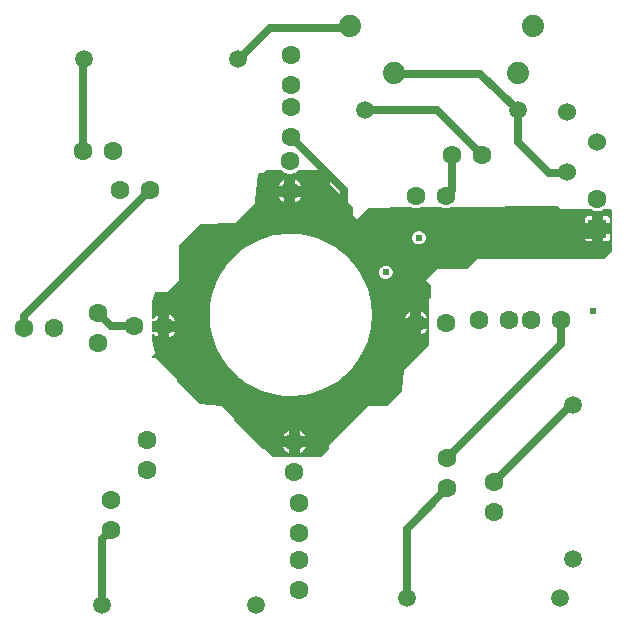
<source format=gbl>
G04 Layer: BottomLayer*
G04 EasyEDA v6.5.44, 2024-09-01 12:15:54*
G04 53d8b5472e5b460ebcb2cbf6e45b9b15,9332716679504667801b7cb99b0421ba,10*
G04 Gerber Generator version 0.2*
G04 Scale: 100 percent, Rotated: No, Reflected: No *
G04 Dimensions in millimeters *
G04 leading zeros omitted , absolute positions ,4 integer and 5 decimal *
%FSLAX45Y45*%
%MOMM*%

%ADD10C,0.6350*%
%ADD11C,1.5240*%
%ADD12C,1.6000*%
%ADD13C,1.5000*%
%ADD14C,1.8796*%
%ADD15R,1.6000X1.6000*%
%ADD16C,0.6200*%
%ADD17C,0.0165*%

%LPD*%
G36*
X2595016Y1549400D02*
G01*
X2591104Y1550162D01*
X2587802Y1552397D01*
X2528011Y1612188D01*
X2526284Y1612900D01*
X2518816Y1612900D01*
X2514904Y1613662D01*
X2511602Y1615897D01*
X2276297Y1851202D01*
X2274062Y1854504D01*
X2273300Y1858416D01*
X2273300Y1878584D01*
X2272588Y1880311D01*
X2172411Y1980488D01*
X2170887Y1981250D01*
X1985010Y1993646D01*
X1981504Y1994509D01*
X1978507Y1996592D01*
X1793697Y2181402D01*
X1791462Y2184704D01*
X1790700Y2188616D01*
X1790700Y2208784D01*
X1789988Y2210511D01*
X1613611Y2386888D01*
X1611884Y2387600D01*
X1586636Y2387600D01*
X1582724Y2388362D01*
X1579422Y2390597D01*
X1577238Y2393848D01*
X1576476Y2397760D01*
X1577238Y2401671D01*
X1579422Y2404922D01*
X1599488Y2424988D01*
X1600098Y2426258D01*
X1575054Y2538933D01*
X1574800Y2541117D01*
X1574800Y2582875D01*
X1575612Y2586837D01*
X1577949Y2590190D01*
X1581404Y2592374D01*
X1585417Y2593035D01*
X1589328Y2592019D01*
X1592580Y2589580D01*
X1601571Y2579319D01*
X1611985Y2570226D01*
X1623466Y2562504D01*
X1630070Y2559253D01*
X1630070Y2607868D01*
X1584960Y2607868D01*
X1581048Y2608630D01*
X1577797Y2610866D01*
X1575562Y2614117D01*
X1574800Y2618028D01*
X1574800Y2690418D01*
X1575562Y2694279D01*
X1577797Y2697581D01*
X1581048Y2699816D01*
X1584960Y2700578D01*
X1630070Y2700578D01*
X1630070Y2749143D01*
X1623466Y2745892D01*
X1611985Y2738221D01*
X1601571Y2729077D01*
X1592580Y2718866D01*
X1589328Y2716428D01*
X1585417Y2715412D01*
X1581404Y2716072D01*
X1577949Y2718206D01*
X1575612Y2721559D01*
X1574800Y2725572D01*
X1574800Y2856077D01*
X1575206Y2858871D01*
X1598117Y2939034D01*
X1600149Y2942844D01*
X1603603Y2945485D01*
X1607870Y2946400D01*
X1700784Y2946400D01*
X1702511Y2947111D01*
X1802688Y3047288D01*
X1803400Y3049016D01*
X1803400Y3335883D01*
X1804162Y3339795D01*
X1806397Y3343097D01*
X1978406Y3515106D01*
X1981504Y3517239D01*
X1985162Y3518052D01*
X2284984Y3530549D01*
X2286609Y3531209D01*
X2450388Y3694988D01*
X2451100Y3696715D01*
X2451150Y3721658D01*
X2475484Y3940657D01*
X2476550Y3944213D01*
X2478836Y3947109D01*
X2481986Y3949039D01*
X2485593Y3949700D01*
X2513584Y3949700D01*
X2515311Y3950411D01*
X2537002Y3972102D01*
X2540304Y3974337D01*
X2544216Y3975100D01*
X2666034Y3975100D01*
X2669641Y3974439D01*
X2672740Y3972560D01*
X2678734Y3967327D01*
X2690266Y3959606D01*
X2702712Y3953459D01*
X2715818Y3949039D01*
X2729382Y3946347D01*
X2743200Y3945432D01*
X2757017Y3946347D01*
X2770632Y3949039D01*
X2783738Y3953459D01*
X2796133Y3959606D01*
X2807665Y3967327D01*
X2813659Y3972560D01*
X2816809Y3974439D01*
X2820365Y3975100D01*
X3043783Y3975100D01*
X3047695Y3974337D01*
X3050997Y3972102D01*
X3083102Y3939997D01*
X3085338Y3936695D01*
X3086100Y3932783D01*
X3086100Y3849115D01*
X3086811Y3847388D01*
X3273602Y3660597D01*
X3275838Y3657295D01*
X3276600Y3653383D01*
X3276600Y3595115D01*
X3277311Y3593388D01*
X3308350Y3562350D01*
X3400653Y3654653D01*
X3403904Y3656837D01*
X3407765Y3657650D01*
X3770325Y3660495D01*
X3773678Y3659936D01*
X3782618Y3656888D01*
X3796182Y3654196D01*
X3810000Y3653282D01*
X3823817Y3654196D01*
X3837432Y3656888D01*
X3848252Y3660597D01*
X3851452Y3661105D01*
X4018838Y3662426D01*
X4023512Y3661359D01*
X4036618Y3656888D01*
X4050182Y3654196D01*
X4064000Y3653282D01*
X4077817Y3654196D01*
X4091432Y3656888D01*
X4104538Y3661359D01*
X4108196Y3662883D01*
X4110482Y3663187D01*
X5012232Y3670249D01*
X5016195Y3669487D01*
X5019497Y3667302D01*
X5041188Y3645611D01*
X5042916Y3644900D01*
X5286502Y3644900D01*
X5289448Y3644442D01*
X5293766Y3642106D01*
X5306161Y3635959D01*
X5319318Y3631539D01*
X5332882Y3628796D01*
X5346700Y3627932D01*
X5360517Y3628796D01*
X5374081Y3631539D01*
X5387238Y3635959D01*
X5399633Y3642106D01*
X5403951Y3644442D01*
X5406898Y3644900D01*
X5456783Y3644900D01*
X5460695Y3644137D01*
X5463997Y3641902D01*
X5470702Y3635197D01*
X5472938Y3631895D01*
X5473700Y3627983D01*
X5473700Y3293516D01*
X5472938Y3289604D01*
X5470702Y3286302D01*
X5413197Y3228797D01*
X5409895Y3226562D01*
X5405983Y3225800D01*
X4331716Y3225800D01*
X4329988Y3225088D01*
X4244797Y3139897D01*
X4241495Y3137662D01*
X4237583Y3136900D01*
X3988815Y3136900D01*
X3987088Y3136188D01*
X3892550Y3041650D01*
X3934002Y3000197D01*
X3936237Y2996895D01*
X3937000Y2992983D01*
X3937000Y2899816D01*
X3936237Y2895904D01*
X3934002Y2892602D01*
X3925011Y2883611D01*
X3924300Y2881884D01*
X3924300Y2730398D01*
X3923284Y2725978D01*
X3921302Y2722981D01*
X3923537Y2719679D01*
X3924300Y2715768D01*
X3924300Y2643428D01*
X3923537Y2639517D01*
X3921048Y2636012D01*
X3923284Y2633218D01*
X3924300Y2628798D01*
X3924300Y2506116D01*
X3923537Y2502204D01*
X3921302Y2498902D01*
X3709111Y2286711D01*
X3708349Y2285187D01*
X3695954Y2111959D01*
X3695090Y2108504D01*
X3693007Y2105507D01*
X3571697Y1984197D01*
X3568395Y1981962D01*
X3564483Y1981200D01*
X3404615Y1981200D01*
X3402888Y1980488D01*
X3074111Y1651711D01*
X3073400Y1649984D01*
X3073400Y1617116D01*
X3072638Y1613204D01*
X3070402Y1609902D01*
X3012897Y1552397D01*
X3009595Y1550162D01*
X3005683Y1549400D01*
G37*

%LPC*%
G36*
X2734919Y1581454D02*
G01*
X2734919Y1630019D01*
X2686354Y1630019D01*
X2689606Y1623466D01*
X2697276Y1611934D01*
X2706420Y1601520D01*
X2716834Y1592376D01*
X2728366Y1584706D01*
G37*
G36*
X2827629Y1581454D02*
G01*
X2834233Y1584706D01*
X2845765Y1592376D01*
X2856179Y1601520D01*
X2865272Y1611934D01*
X2872994Y1623466D01*
X2876245Y1630019D01*
X2827629Y1630019D01*
G37*
G36*
X2827629Y1722729D02*
G01*
X2876245Y1722729D01*
X2872994Y1729333D01*
X2865272Y1740865D01*
X2856179Y1751279D01*
X2845765Y1760372D01*
X2834233Y1768093D01*
X2827629Y1771345D01*
G37*
G36*
X2686354Y1722729D02*
G01*
X2734919Y1722729D01*
X2734919Y1771345D01*
X2728366Y1768093D01*
X2716834Y1760372D01*
X2706420Y1751279D01*
X2697276Y1740865D01*
X2689606Y1729333D01*
G37*
G36*
X2759202Y2064156D02*
G01*
X2795981Y2065629D01*
X2832658Y2069084D01*
X2869082Y2074519D01*
X2905201Y2081885D01*
X2940812Y2091182D01*
X2975914Y2102358D01*
X3010357Y2115413D01*
X3044037Y2130298D01*
X3076854Y2147011D01*
X3108756Y2165400D01*
X3139643Y2185517D01*
X3169361Y2207260D01*
X3197910Y2230526D01*
X3225139Y2255316D01*
X3250996Y2281529D01*
X3275431Y2309114D01*
X3298342Y2337968D01*
X3319678Y2367991D01*
X3339337Y2399080D01*
X3357321Y2431237D01*
X3373577Y2464308D01*
X3388004Y2498191D01*
X3400602Y2532786D01*
X3411321Y2568041D01*
X3420110Y2603804D01*
X3427018Y2639974D01*
X3431946Y2676448D01*
X3434892Y2713177D01*
X3435908Y2750007D01*
X3434892Y2786786D01*
X3431946Y2823514D01*
X3427018Y2860040D01*
X3420110Y2896209D01*
X3411321Y2931972D01*
X3400602Y2967177D01*
X3388004Y3001822D01*
X3373577Y3035706D01*
X3357321Y3068726D01*
X3339337Y3100882D01*
X3319678Y3132023D01*
X3298342Y3162046D01*
X3275431Y3190900D01*
X3250996Y3218434D01*
X3225139Y3244646D01*
X3197910Y3269437D01*
X3169361Y3292754D01*
X3139643Y3314496D01*
X3108756Y3334562D01*
X3076854Y3353003D01*
X3044037Y3369665D01*
X3010357Y3384550D01*
X2975914Y3397605D01*
X2940812Y3408832D01*
X2905201Y3418128D01*
X2869082Y3425494D01*
X2832658Y3430879D01*
X2795981Y3434334D01*
X2759202Y3435858D01*
X2722372Y3435350D01*
X2685643Y3432860D01*
X2649067Y3428441D01*
X2612796Y3422040D01*
X2576931Y3413709D01*
X2541524Y3403447D01*
X2506776Y3391306D01*
X2472690Y3377336D01*
X2439416Y3361537D01*
X2407056Y3344011D01*
X2375662Y3324758D01*
X2345334Y3303828D01*
X2316175Y3281273D01*
X2288286Y3257245D01*
X2261768Y3231743D01*
X2236571Y3204819D01*
X2212898Y3176625D01*
X2190800Y3147161D01*
X2170277Y3116580D01*
X2151430Y3084931D01*
X2134311Y3052318D01*
X2118969Y3018840D01*
X2105456Y2984601D01*
X2093772Y2949651D01*
X2084019Y2914142D01*
X2076196Y2878175D01*
X2070252Y2841802D01*
X2066340Y2805176D01*
X2064359Y2768396D01*
X2064359Y2731566D01*
X2066340Y2694787D01*
X2070252Y2658160D01*
X2076196Y2621838D01*
X2084019Y2585872D01*
X2093772Y2550312D01*
X2105456Y2515412D01*
X2118969Y2481122D01*
X2134311Y2447645D01*
X2151430Y2415032D01*
X2170277Y2383383D01*
X2190800Y2352802D01*
X2212898Y2323388D01*
X2236571Y2295144D01*
X2261768Y2268270D01*
X2288286Y2242718D01*
X2316175Y2218690D01*
X2345334Y2196185D01*
X2375662Y2175256D01*
X2407056Y2156002D01*
X2439416Y2138426D01*
X2472690Y2122627D01*
X2506776Y2108657D01*
X2541524Y2096516D01*
X2576931Y2086305D01*
X2612796Y2077974D01*
X2649067Y2071573D01*
X2685643Y2067102D01*
X2722372Y2064664D01*
G37*
G36*
X1722780Y2559253D02*
G01*
X1729384Y2562504D01*
X1740916Y2570226D01*
X1751330Y2579319D01*
X1760423Y2589733D01*
X1768144Y2601264D01*
X1771396Y2607868D01*
X1722780Y2607868D01*
G37*
G36*
X3856380Y2584653D02*
G01*
X3862984Y2587904D01*
X3874515Y2595575D01*
X3884929Y2604719D01*
X3894074Y2615133D01*
X3901744Y2626664D01*
X3904996Y2633268D01*
X3856380Y2633268D01*
G37*
G36*
X3763721Y2584653D02*
G01*
X3763721Y2633268D01*
X3715105Y2633268D01*
X3718356Y2626664D01*
X3726027Y2615133D01*
X3735171Y2604719D01*
X3745585Y2595575D01*
X3757117Y2587904D01*
G37*
G36*
X1722780Y2700578D02*
G01*
X1771396Y2700578D01*
X1768144Y2707182D01*
X1760423Y2718663D01*
X1751330Y2729077D01*
X1740916Y2738221D01*
X1729384Y2745892D01*
X1722780Y2749143D01*
G37*
G36*
X3856380Y2725928D02*
G01*
X3904996Y2725928D01*
X3901744Y2732532D01*
X3894074Y2744063D01*
X3884929Y2754477D01*
X3874515Y2763621D01*
X3862984Y2771292D01*
X3856380Y2774543D01*
G37*
G36*
X3715105Y2725928D02*
G01*
X3763721Y2725928D01*
X3763721Y2774543D01*
X3757117Y2771292D01*
X3745585Y2763621D01*
X3735171Y2754477D01*
X3726027Y2744063D01*
X3718356Y2732532D01*
G37*
G36*
X3558438Y3054654D02*
G01*
X3567988Y3055924D01*
X3577183Y3058718D01*
X3585819Y3063087D01*
X3593592Y3068828D01*
X3600246Y3075787D01*
X3605631Y3083763D01*
X3609644Y3092551D01*
X3612032Y3101898D01*
X3612896Y3111500D01*
X3612032Y3121101D01*
X3609644Y3130448D01*
X3605631Y3139236D01*
X3600246Y3147212D01*
X3593592Y3154172D01*
X3585819Y3159912D01*
X3577183Y3164281D01*
X3567988Y3167075D01*
X3558438Y3168345D01*
X3548786Y3167888D01*
X3539337Y3165856D01*
X3530396Y3162300D01*
X3522167Y3157220D01*
X3514953Y3150870D01*
X3508857Y3143351D01*
X3504184Y3134918D01*
X3500983Y3125825D01*
X3499358Y3116326D01*
X3499358Y3106674D01*
X3500983Y3097174D01*
X3504184Y3088081D01*
X3508857Y3079648D01*
X3514953Y3072130D01*
X3522167Y3065780D01*
X3530396Y3060700D01*
X3539337Y3057144D01*
X3548786Y3055112D01*
G37*
G36*
X3837838Y3346754D02*
G01*
X3847388Y3348024D01*
X3856583Y3350818D01*
X3865219Y3355187D01*
X3872992Y3360928D01*
X3879646Y3367887D01*
X3885031Y3375863D01*
X3889044Y3384651D01*
X3891432Y3393998D01*
X3892296Y3403600D01*
X3891432Y3413201D01*
X3889044Y3422548D01*
X3885031Y3431336D01*
X3879646Y3439312D01*
X3872992Y3446272D01*
X3865219Y3452012D01*
X3856583Y3456381D01*
X3847388Y3459175D01*
X3837838Y3460445D01*
X3828186Y3459987D01*
X3818737Y3457956D01*
X3809796Y3454400D01*
X3801567Y3449320D01*
X3794353Y3442970D01*
X3788257Y3435451D01*
X3783584Y3427018D01*
X3780383Y3417925D01*
X3778758Y3408426D01*
X3778758Y3398774D01*
X3780383Y3389274D01*
X3783584Y3380181D01*
X3788257Y3371748D01*
X3794353Y3364229D01*
X3801567Y3357879D01*
X3809796Y3352800D01*
X3818737Y3349244D01*
X3828186Y3347212D01*
G37*
G36*
X5267248Y3373882D02*
G01*
X5300370Y3373882D01*
X5300370Y3433470D01*
X5240782Y3433470D01*
X5240782Y3400348D01*
X5241493Y3394049D01*
X5243423Y3388563D01*
X5246471Y3383686D01*
X5250586Y3379571D01*
X5255463Y3376523D01*
X5260949Y3374593D01*
G37*
G36*
X5393029Y3373882D02*
G01*
X5426151Y3373882D01*
X5432450Y3374593D01*
X5437936Y3376523D01*
X5442813Y3379571D01*
X5446928Y3383686D01*
X5449976Y3388563D01*
X5451906Y3394049D01*
X5452618Y3400348D01*
X5452618Y3433470D01*
X5393029Y3433470D01*
G37*
G36*
X5240782Y3526129D02*
G01*
X5300370Y3526129D01*
X5300370Y3585718D01*
X5267248Y3585718D01*
X5260949Y3585006D01*
X5255463Y3583076D01*
X5250586Y3580028D01*
X5246471Y3575913D01*
X5243423Y3571036D01*
X5241493Y3565550D01*
X5240782Y3559251D01*
G37*
G36*
X5393029Y3526129D02*
G01*
X5452618Y3526129D01*
X5452618Y3559251D01*
X5451906Y3565550D01*
X5449976Y3571036D01*
X5446928Y3575913D01*
X5442813Y3580028D01*
X5437936Y3583076D01*
X5432450Y3585006D01*
X5426151Y3585718D01*
X5393029Y3585718D01*
G37*
G36*
X2696870Y3702354D02*
G01*
X2696870Y3750970D01*
X2648254Y3750970D01*
X2651506Y3744366D01*
X2659227Y3732834D01*
X2668320Y3722420D01*
X2678734Y3713327D01*
X2690266Y3705606D01*
G37*
G36*
X2789580Y3702354D02*
G01*
X2796133Y3705606D01*
X2807665Y3713327D01*
X2818079Y3722420D01*
X2827223Y3732834D01*
X2834894Y3744366D01*
X2838145Y3750970D01*
X2789580Y3750970D01*
G37*
G36*
X2648254Y3843680D02*
G01*
X2696870Y3843680D01*
X2696870Y3892245D01*
X2690266Y3888994D01*
X2678734Y3881323D01*
X2668320Y3872179D01*
X2659227Y3861765D01*
X2651506Y3850233D01*
G37*
G36*
X2789580Y3843680D02*
G01*
X2838145Y3843680D01*
X2834894Y3850233D01*
X2827223Y3861765D01*
X2818079Y3872179D01*
X2807665Y3881323D01*
X2796133Y3888994D01*
X2789580Y3892245D01*
G37*

%LPD*%
D10*
X3810035Y2679613D02*
G01*
X3086221Y1955800D01*
X2527300Y1955800D01*
X1828901Y2654198D01*
X1676450Y2654198D01*
X1000988Y4914900D02*
G01*
X990607Y4904519D01*
X990607Y4140192D01*
X1231907Y927107D02*
G01*
X1153388Y848588D01*
X1153388Y292100D01*
X4076712Y1282705D02*
G01*
X3731488Y937483D01*
X3731488Y355600D01*
X4470392Y1333492D02*
G01*
X5120411Y1983511D01*
X5143500Y1983511D01*
X1117600Y2768600D02*
G01*
X1231900Y2654300D01*
X1422400Y2654300D01*
X4063992Y3759207D02*
G01*
X4114792Y3810007D01*
X4114792Y4102107D01*
X5346700Y3479800D02*
G01*
X5295900Y3429000D01*
X4343400Y3429000D01*
X5041900Y2705100D02*
G01*
X5041900Y2501900D01*
X4076700Y1536700D01*
X3375888Y4483100D02*
G01*
X3987800Y4483100D01*
X4368792Y4102107D01*
X1562100Y3810000D02*
G01*
X495300Y2743200D01*
X495300Y2641600D01*
X3200400Y3572322D02*
G01*
X3200400Y3479800D01*
X3200400Y3663035D02*
G01*
X3200400Y3572322D01*
X2755892Y4254492D02*
G01*
X3200400Y3809984D01*
X3200400Y3663035D01*
X4673600Y4470400D02*
G01*
X4673600Y4214088D01*
X4937988Y3949700D01*
X5090388Y3949700D01*
X2298700Y4902200D02*
G01*
X2578100Y5181600D01*
X3248659Y5181600D01*
X3625595Y4787900D02*
G01*
X4356100Y4787900D01*
X4675911Y4483100D01*
D11*
G01*
X5092700Y3962400D03*
G01*
X5346700Y4216400D03*
G01*
X5092700Y4470400D03*
D12*
G01*
X2781300Y1676400D03*
G01*
X2781300Y1422400D03*
G01*
X2819400Y1155700D03*
G01*
X2819400Y901700D03*
G01*
X2819400Y673100D03*
G01*
X2819400Y419100D03*
G01*
X4470400Y1079500D03*
G01*
X4470400Y1333500D03*
D13*
G01*
X3731488Y355600D03*
G01*
X5031511Y355600D03*
D12*
G01*
X3810025Y2679623D03*
G01*
X4064025Y2679623D03*
G01*
X4343425Y2705023D03*
G01*
X4597425Y2705023D03*
G01*
X4787900Y2705100D03*
G01*
X5041900Y2705100D03*
G01*
X4076700Y1536700D03*
G01*
X4076700Y1282700D03*
G01*
X1676450Y2654198D03*
G01*
X1422450Y2654198D03*
G01*
X1117600Y2768600D03*
G01*
X1117600Y2514600D03*
G01*
X1536700Y1689100D03*
G01*
X1536700Y1435100D03*
G01*
X1231900Y1181100D03*
G01*
X1231900Y927100D03*
G01*
X2743200Y3797300D03*
G01*
X2743200Y4051300D03*
G01*
X749300Y2641600D03*
G01*
X495300Y2641600D03*
G01*
X1562100Y3810000D03*
G01*
X1308100Y3810000D03*
G01*
X1244600Y4140200D03*
G01*
X990600Y4140200D03*
G01*
X2755900Y4254500D03*
G01*
X2755900Y4508500D03*
G01*
X2755900Y4699000D03*
G01*
X2755900Y4953000D03*
G01*
X3810000Y3759200D03*
G01*
X4064000Y3759200D03*
G01*
X4114800Y4102100D03*
G01*
X4368800Y4102100D03*
D14*
G01*
X3250895Y5194300D03*
G01*
X4800904Y5194300D03*
D13*
G01*
X1153388Y292100D03*
G01*
X2453411Y292100D03*
D14*
G01*
X3627907Y4800600D03*
G01*
X4677892Y4800600D03*
D13*
G01*
X1000988Y4914900D03*
G01*
X2301011Y4914900D03*
G01*
X3375888Y4483100D03*
G01*
X4675911Y4483100D03*
D15*
G01*
X5346700Y3479800D03*
D12*
G01*
X5346700Y3733800D03*
D13*
G01*
X5143500Y1983511D03*
G01*
X5143500Y683488D03*
D16*
G01*
X3556000Y3111500D03*
G01*
X3835400Y3403600D03*
G01*
X4343400Y3429000D03*
G01*
X5308600Y2781300D03*
G01*
X3759200Y2997200D03*
G01*
X3759200Y2908782D03*
G01*
X3759200Y2840202D03*
G01*
X3200400Y3479800D03*
G01*
X3200400Y3572332D03*
G01*
X3200400Y3663035D03*
M02*

</source>
